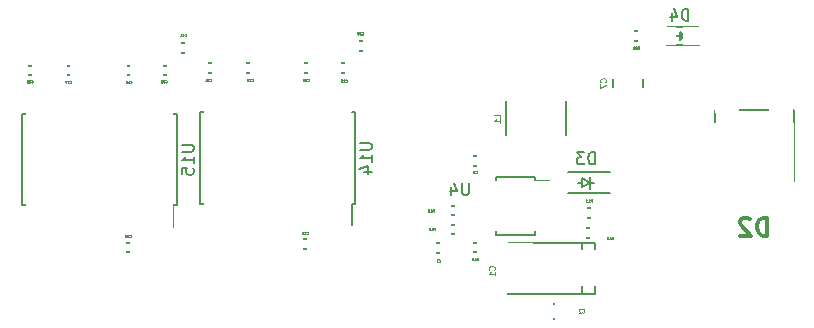
<source format=gbr>
G04 #@! TF.FileFunction,Legend,Bot*
%FSLAX46Y46*%
G04 Gerber Fmt 4.6, Leading zero omitted, Abs format (unit mm)*
G04 Created by KiCad (PCBNEW 4.0.1-stable) date 1/20/2016 12:58:46 AM*
%MOMM*%
G01*
G04 APERTURE LIST*
%ADD10C,0.100000*%
%ADD11C,0.127000*%
%ADD12C,0.150000*%
%ADD13C,0.119380*%
%ADD14C,0.060960*%
%ADD15C,0.040640*%
%ADD16C,0.304800*%
%ADD17R,2.950160X3.100020*%
%ADD18R,2.950160X4.199840*%
%ADD19R,1.700480X1.898600*%
%ADD20R,1.299160X1.400760*%
%ADD21R,3.092400X2.000200*%
%ADD22R,2.000200X3.600400*%
%ADD23R,6.899860X7.400240*%
%ADD24R,5.899100X2.249120*%
%ADD25O,2.398980X2.398980*%
%ADD26R,2.398980X2.398980*%
%ADD27R,1.800000X0.700000*%
%ADD28R,2.050000X3.250000*%
%ADD29C,1.050000*%
%ADD30R,1.000000X2.350000*%
%ADD31C,4.464000*%
%ADD32R,1.598880X1.598880*%
%ADD33R,1.310000X1.620000*%
%ADD34C,1.797000*%
%ADD35C,2.150000*%
%ADD36C,2.400000*%
%ADD37C,0.984200*%
%ADD38C,1.035000*%
G04 APERTURE END LIST*
D10*
D11*
X75379802Y-48890802D02*
X75379802Y-44572802D01*
X69156802Y-48890802D02*
X69156802Y-44572802D01*
X69156802Y-44572802D02*
X76522802Y-44572802D01*
X76522802Y-44572802D02*
X76522802Y-48890802D01*
X76522802Y-48890802D02*
X69156802Y-48890802D01*
X73654920Y-51069240D02*
X73654920Y-49799240D01*
X72384920Y-51069240D02*
X72384920Y-49824640D01*
X72003920Y-51069240D02*
X74035920Y-51069240D01*
X74035920Y-51069240D02*
X74035920Y-49799240D01*
X74035920Y-49799240D02*
X72003920Y-49799240D01*
X72003920Y-49799240D02*
X72003920Y-51069240D01*
X63782162Y-44623602D02*
X63782162Y-45436402D01*
X62664562Y-45411002D02*
X62664562Y-44623602D01*
X62410562Y-45436402D02*
X64036162Y-45436402D01*
X64036162Y-45436402D02*
X64036162Y-44623602D01*
X64036162Y-44623602D02*
X62410562Y-44623602D01*
X62410562Y-44623602D02*
X62410562Y-45436402D01*
X66893662Y-37257602D02*
X66893662Y-38070402D01*
X65776062Y-38045002D02*
X65776062Y-37257602D01*
X65522062Y-38070402D02*
X67147662Y-38070402D01*
X67147662Y-38070402D02*
X67147662Y-37257602D01*
X67147662Y-37257602D02*
X65522062Y-37257602D01*
X65522062Y-37257602D02*
X65522062Y-38070402D01*
X80533462Y-32660202D02*
X78044262Y-32660202D01*
X78044262Y-29459802D02*
X80533462Y-29459802D01*
X80533462Y-29917002D02*
X78044262Y-29917002D01*
X78044262Y-32203002D02*
X80533462Y-32203002D01*
X78044262Y-32660202D02*
X78044262Y-29459802D01*
X80533462Y-29459802D02*
X80533462Y-32660202D01*
X51401274Y-45103232D02*
X51401274Y-44290432D01*
X52518874Y-44315832D02*
X52518874Y-45103232D01*
X52772874Y-44290432D02*
X51147274Y-44290432D01*
X51147274Y-44290432D02*
X51147274Y-45103232D01*
X51147274Y-45103232D02*
X52772874Y-45103232D01*
X52772874Y-45103232D02*
X52772874Y-44290432D01*
X47659854Y-29380632D02*
X47659854Y-30193432D01*
X46542254Y-30168032D02*
X46542254Y-29380632D01*
X46288254Y-30193432D02*
X47913854Y-30193432D01*
X47913854Y-30193432D02*
X47913854Y-29380632D01*
X47913854Y-29380632D02*
X46288254Y-29380632D01*
X46288254Y-29380632D02*
X46288254Y-30193432D01*
X55698954Y-29355232D02*
X55698954Y-30168032D01*
X54581354Y-30142632D02*
X54581354Y-29355232D01*
X54327354Y-30168032D02*
X55952954Y-30168032D01*
X55952954Y-30168032D02*
X55952954Y-29355232D01*
X55952954Y-29355232D02*
X54327354Y-29355232D01*
X54327354Y-29355232D02*
X54327354Y-30168032D01*
X44446754Y-29380632D02*
X44446754Y-30193432D01*
X43329154Y-30168032D02*
X43329154Y-29380632D01*
X43075154Y-30193432D02*
X44700754Y-30193432D01*
X44700754Y-30193432D02*
X44700754Y-29380632D01*
X44700754Y-29380632D02*
X43075154Y-29380632D01*
X43075154Y-29380632D02*
X43075154Y-30193432D01*
X52607774Y-29355232D02*
X52607774Y-30168032D01*
X51490174Y-30142632D02*
X51490174Y-29355232D01*
X51236174Y-30168032D02*
X52861774Y-30168032D01*
X52861774Y-30168032D02*
X52861774Y-29355232D01*
X52861774Y-29355232D02*
X51236174Y-29355232D01*
X51236174Y-29355232D02*
X51236174Y-30168032D01*
X56105354Y-28339232D02*
X56105354Y-27526432D01*
X57222954Y-27551832D02*
X57222954Y-28339232D01*
X57476954Y-27526432D02*
X55851354Y-27526432D01*
X55851354Y-27526432D02*
X55851354Y-28339232D01*
X55851354Y-28339232D02*
X57476954Y-28339232D01*
X57476954Y-28339232D02*
X57476954Y-27526432D01*
X36389874Y-45369932D02*
X36389874Y-44557132D01*
X37507474Y-44582532D02*
X37507474Y-45369932D01*
X37761474Y-44557132D02*
X36135874Y-44557132D01*
X36135874Y-44557132D02*
X36135874Y-45369932D01*
X36135874Y-45369932D02*
X37761474Y-45369932D01*
X37761474Y-45369932D02*
X37761474Y-44557132D01*
X32478274Y-29571132D02*
X32478274Y-30383932D01*
X31360674Y-30358532D02*
X31360674Y-29571132D01*
X31106674Y-30383932D02*
X32732274Y-30383932D01*
X32732274Y-30383932D02*
X32732274Y-29571132D01*
X32732274Y-29571132D02*
X31106674Y-29571132D01*
X31106674Y-29571132D02*
X31106674Y-30383932D01*
X40669774Y-29596532D02*
X40669774Y-30409332D01*
X39552174Y-30383932D02*
X39552174Y-29596532D01*
X39298174Y-30409332D02*
X40923774Y-30409332D01*
X40923774Y-30409332D02*
X40923774Y-29596532D01*
X40923774Y-29596532D02*
X39298174Y-29596532D01*
X39298174Y-29596532D02*
X39298174Y-30409332D01*
X29201674Y-29571132D02*
X29201674Y-30383932D01*
X28084074Y-30358532D02*
X28084074Y-29571132D01*
X27830074Y-30383932D02*
X29455674Y-30383932D01*
X29455674Y-30383932D02*
X29455674Y-29571132D01*
X29455674Y-29571132D02*
X27830074Y-29571132D01*
X27830074Y-29571132D02*
X27830074Y-30383932D01*
X37570974Y-29596532D02*
X37570974Y-30409332D01*
X36453374Y-30383932D02*
X36453374Y-29596532D01*
X36199374Y-30409332D02*
X37824974Y-30409332D01*
X37824974Y-30409332D02*
X37824974Y-29596532D01*
X37824974Y-29596532D02*
X36199374Y-29596532D01*
X36199374Y-29596532D02*
X36199374Y-30409332D01*
X41081254Y-28491632D02*
X41081254Y-27678832D01*
X42198854Y-27704232D02*
X42198854Y-28491632D01*
X42452854Y-27678832D02*
X40827254Y-27678832D01*
X40827254Y-27678832D02*
X40827254Y-28491632D01*
X40827254Y-28491632D02*
X42452854Y-28491632D01*
X42452854Y-28491632D02*
X42452854Y-27678832D01*
X87269320Y-39372540D02*
X87269320Y-40566340D01*
X87269320Y-40566340D02*
X92679520Y-40566340D01*
X92679520Y-40566340D02*
X92679520Y-39359840D01*
X91701620Y-33365440D02*
X91701620Y-30457140D01*
X92844620Y-30457140D02*
X92844620Y-33365440D01*
X91701620Y-30457140D02*
X92844620Y-30457140D01*
X87104220Y-30457140D02*
X88247220Y-30457140D01*
X88247220Y-30457140D02*
X88247220Y-33365440D01*
X87104220Y-33365440D02*
X87104220Y-30457140D01*
X93327220Y-33365440D02*
X93327220Y-39359840D01*
X93327220Y-39359840D02*
X86621620Y-39359840D01*
X86621620Y-39359840D02*
X86621620Y-33365440D01*
X93327220Y-33365440D02*
X86621620Y-33365440D01*
X69001862Y-36231442D02*
X74081862Y-36231442D01*
X69001862Y-31913442D02*
X74081862Y-31913442D01*
X69001862Y-31278442D02*
X69001862Y-36866442D01*
X69001862Y-36866442D02*
X74081862Y-36866442D01*
X74081862Y-36866442D02*
X74081862Y-31278442D01*
X74081862Y-31278442D02*
X69001862Y-31278442D01*
X65776062Y-45372902D02*
X65776062Y-44560102D01*
X66893662Y-44585502D02*
X66893662Y-45372902D01*
X67147662Y-44560102D02*
X65522062Y-44560102D01*
X65522062Y-44560102D02*
X65522062Y-45372902D01*
X65522062Y-45372902D02*
X67147662Y-45372902D01*
X67147662Y-45372902D02*
X67147662Y-44560102D01*
X75417902Y-42451903D02*
X75417902Y-41639103D01*
X76535502Y-41664503D02*
X76535502Y-42451903D01*
X76789502Y-41639103D02*
X75163902Y-41639103D01*
X75163902Y-41639103D02*
X75163902Y-42451903D01*
X75163902Y-42451903D02*
X76789502Y-42451903D01*
X76789502Y-42451903D02*
X76789502Y-41639103D01*
X75374722Y-44166402D02*
X75374722Y-43353602D01*
X76492322Y-43379002D02*
X76492322Y-44166402D01*
X76746322Y-43353602D02*
X75120722Y-43353602D01*
X75120722Y-43353602D02*
X75120722Y-44166402D01*
X75120722Y-44166402D02*
X76746322Y-44166402D01*
X76746322Y-44166402D02*
X76746322Y-43353602D01*
X65042002Y-41448602D02*
X65042002Y-42261402D01*
X63924402Y-42236002D02*
X63924402Y-41448602D01*
X63670402Y-42261402D02*
X65296002Y-42261402D01*
X65296002Y-42261402D02*
X65296002Y-41448602D01*
X65296002Y-41448602D02*
X63670402Y-41448602D01*
X63670402Y-41448602D02*
X63670402Y-42261402D01*
X65062322Y-43036102D02*
X65062322Y-43848902D01*
X63944722Y-43823502D02*
X63944722Y-43036102D01*
X63690722Y-43848902D02*
X65316322Y-43848902D01*
X65316322Y-43848902D02*
X65316322Y-43036102D01*
X65316322Y-43036102D02*
X63690722Y-43036102D01*
X63690722Y-43036102D02*
X63690722Y-43848902D01*
X80546161Y-26653102D02*
X80546161Y-27465902D01*
X79428561Y-27440502D02*
X79428561Y-26653102D01*
X79174561Y-27465902D02*
X80800161Y-27465902D01*
X80800161Y-27465902D02*
X80800161Y-26653102D01*
X80800161Y-26653102D02*
X79174561Y-26653102D01*
X79174561Y-26653102D02*
X79174561Y-27465902D01*
D12*
X71435962Y-39046403D02*
X71435962Y-39346403D01*
X68085962Y-39046403D02*
X68085962Y-39346403D01*
X68085962Y-43896403D02*
X68085962Y-43596403D01*
X71435962Y-43896403D02*
X71435962Y-43596403D01*
X71435962Y-39046403D02*
X68085962Y-39046403D01*
X71435962Y-43896403D02*
X68085962Y-43896403D01*
X71435962Y-39346403D02*
X72660962Y-39346403D01*
X56221134Y-41264252D02*
X55886134Y-41264252D01*
X56221134Y-33514252D02*
X55886134Y-33514252D01*
X43071134Y-33514252D02*
X43406134Y-33514252D01*
X43071134Y-41264252D02*
X43406134Y-41264252D01*
X56221134Y-41264252D02*
X56221134Y-33514252D01*
X43071134Y-41264252D02*
X43071134Y-33514252D01*
X55886134Y-41264252D02*
X55886134Y-43064252D01*
X41146234Y-41403952D02*
X40811234Y-41403952D01*
X41146234Y-33653952D02*
X40811234Y-33653952D01*
X27996234Y-33653952D02*
X28331234Y-33653952D01*
X27996234Y-41403952D02*
X28331234Y-41403952D01*
X41146234Y-41403952D02*
X41146234Y-33653952D01*
X27996234Y-41403952D02*
X27996234Y-33653952D01*
X40811234Y-41403952D02*
X40811234Y-43203952D01*
X85270362Y-27809502D02*
X82570362Y-27809502D01*
X85270362Y-26309502D02*
X82570362Y-26309502D01*
X83770362Y-27209502D02*
X83770362Y-26959502D01*
X83770362Y-26959502D02*
X83920362Y-27109502D01*
X84020362Y-26709502D02*
X84020362Y-27409502D01*
X83670362Y-27059502D02*
X83320362Y-27059502D01*
X84020362Y-27059502D02*
X83670362Y-26709502D01*
X83670362Y-26709502D02*
X83670362Y-27409502D01*
X83670362Y-27409502D02*
X84020362Y-27059502D01*
X75440762Y-39480101D02*
X75059762Y-39480101D01*
X76456762Y-39480101D02*
X76075762Y-39480101D01*
X76075762Y-39480101D02*
X75440762Y-39099101D01*
X75440762Y-39099101D02*
X75440762Y-39861101D01*
X75440762Y-39861101D02*
X76075762Y-39480101D01*
X76075762Y-38972101D02*
X76075762Y-39988101D01*
X77758262Y-40380101D02*
X74218262Y-40380101D01*
X77758262Y-38580101D02*
X74218262Y-38580101D01*
D13*
X67974069Y-46851606D02*
X67997897Y-46827778D01*
X68021724Y-46756295D01*
X68021724Y-46708640D01*
X67997897Y-46637157D01*
X67950242Y-46589502D01*
X67902586Y-46565674D01*
X67807276Y-46541846D01*
X67735793Y-46541846D01*
X67640482Y-46565674D01*
X67592827Y-46589502D01*
X67545172Y-46637157D01*
X67521344Y-46708640D01*
X67521344Y-46756295D01*
X67545172Y-46827778D01*
X67569000Y-46851606D01*
X68021724Y-47328158D02*
X68021724Y-47042226D01*
X68021724Y-47185192D02*
X67521344Y-47185192D01*
X67592827Y-47137537D01*
X67640482Y-47089882D01*
X67664310Y-47042226D01*
D14*
X75419374Y-50465083D02*
X75433646Y-50479355D01*
X75476463Y-50493628D01*
X75505008Y-50493628D01*
X75547825Y-50479355D01*
X75576370Y-50450810D01*
X75590642Y-50422266D01*
X75604914Y-50365176D01*
X75604914Y-50322359D01*
X75590642Y-50265270D01*
X75576370Y-50236725D01*
X75547825Y-50208180D01*
X75505008Y-50193908D01*
X75476463Y-50193908D01*
X75433646Y-50208180D01*
X75419374Y-50222452D01*
X75305194Y-50222452D02*
X75290922Y-50208180D01*
X75262377Y-50193908D01*
X75191015Y-50193908D01*
X75162471Y-50208180D01*
X75148198Y-50222452D01*
X75133926Y-50250997D01*
X75133926Y-50279542D01*
X75148198Y-50322359D01*
X75319467Y-50493628D01*
X75133926Y-50493628D01*
D15*
X63274363Y-46175204D02*
X63283918Y-46184760D01*
X63312584Y-46194315D01*
X63331694Y-46194315D01*
X63360360Y-46184760D01*
X63379471Y-46165649D01*
X63389026Y-46146539D01*
X63398581Y-46108318D01*
X63398581Y-46079652D01*
X63389026Y-46041431D01*
X63379471Y-46022320D01*
X63360360Y-46003210D01*
X63331694Y-45993655D01*
X63312584Y-45993655D01*
X63283918Y-46003210D01*
X63274363Y-46012765D01*
X63207476Y-45993655D02*
X63083258Y-45993655D01*
X63150145Y-46070097D01*
X63121479Y-46070097D01*
X63102369Y-46079652D01*
X63092813Y-46089207D01*
X63083258Y-46108318D01*
X63083258Y-46156094D01*
X63092813Y-46175204D01*
X63102369Y-46184760D01*
X63121479Y-46194315D01*
X63178811Y-46194315D01*
X63197921Y-46184760D01*
X63207476Y-46175204D01*
X66368305Y-38682204D02*
X66377860Y-38691760D01*
X66406526Y-38701315D01*
X66425636Y-38701315D01*
X66454302Y-38691760D01*
X66473413Y-38672649D01*
X66482968Y-38653539D01*
X66492523Y-38615318D01*
X66492523Y-38586652D01*
X66482968Y-38548431D01*
X66473413Y-38529320D01*
X66454302Y-38510210D01*
X66425636Y-38500655D01*
X66406526Y-38500655D01*
X66377860Y-38510210D01*
X66368305Y-38519765D01*
X66196311Y-38500655D02*
X66234532Y-38500655D01*
X66253642Y-38510210D01*
X66263197Y-38519765D01*
X66282308Y-38548431D01*
X66291863Y-38586652D01*
X66291863Y-38663094D01*
X66282308Y-38682204D01*
X66272753Y-38691760D01*
X66253642Y-38701315D01*
X66215421Y-38701315D01*
X66196311Y-38691760D01*
X66186755Y-38682204D01*
X66177200Y-38663094D01*
X66177200Y-38615318D01*
X66186755Y-38596207D01*
X66196311Y-38586652D01*
X66215421Y-38577097D01*
X66253642Y-38577097D01*
X66272753Y-38586652D01*
X66282308Y-38596207D01*
X66291863Y-38615318D01*
D13*
X77389627Y-30970644D02*
X77413455Y-30946816D01*
X77437282Y-30875333D01*
X77437282Y-30827678D01*
X77413455Y-30756195D01*
X77365800Y-30708540D01*
X77318144Y-30684712D01*
X77222834Y-30660884D01*
X77151351Y-30660884D01*
X77056040Y-30684712D01*
X77008385Y-30708540D01*
X76960730Y-30756195D01*
X76936902Y-30827678D01*
X76936902Y-30875333D01*
X76960730Y-30946816D01*
X76984558Y-30970644D01*
X76936902Y-31137437D02*
X76936902Y-31471024D01*
X77437282Y-31256575D01*
D15*
X52089070Y-43825704D02*
X52098625Y-43835260D01*
X52127291Y-43844815D01*
X52146401Y-43844815D01*
X52175067Y-43835260D01*
X52194178Y-43816149D01*
X52203733Y-43797039D01*
X52213288Y-43758818D01*
X52213288Y-43730152D01*
X52203733Y-43691931D01*
X52194178Y-43672820D01*
X52175067Y-43653710D01*
X52146401Y-43644155D01*
X52127291Y-43644155D01*
X52098625Y-43653710D01*
X52089070Y-43663265D01*
X52012628Y-43663265D02*
X52003073Y-43653710D01*
X51983962Y-43644155D01*
X51936186Y-43644155D01*
X51917076Y-43653710D01*
X51907520Y-43663265D01*
X51897965Y-43682376D01*
X51897965Y-43701486D01*
X51907520Y-43730152D01*
X52022183Y-43844815D01*
X51897965Y-43844815D01*
X51773747Y-43644155D02*
X51754636Y-43644155D01*
X51735526Y-43653710D01*
X51725971Y-43663265D01*
X51716415Y-43682376D01*
X51706860Y-43720597D01*
X51706860Y-43768373D01*
X51716415Y-43806594D01*
X51725971Y-43825704D01*
X51735526Y-43835260D01*
X51754636Y-43844815D01*
X51773747Y-43844815D01*
X51792857Y-43835260D01*
X51802413Y-43825704D01*
X51811968Y-43806594D01*
X51821523Y-43768373D01*
X51821523Y-43720597D01*
X51811968Y-43682376D01*
X51802413Y-43663265D01*
X51792857Y-43653710D01*
X51773747Y-43644155D01*
X47431416Y-30871704D02*
X47440971Y-30881260D01*
X47469637Y-30890815D01*
X47488747Y-30890815D01*
X47517413Y-30881260D01*
X47536524Y-30862149D01*
X47546079Y-30843039D01*
X47555634Y-30804818D01*
X47555634Y-30776152D01*
X47546079Y-30737931D01*
X47536524Y-30718820D01*
X47517413Y-30699710D01*
X47488747Y-30690155D01*
X47469637Y-30690155D01*
X47440971Y-30699710D01*
X47431416Y-30709265D01*
X47354974Y-30709265D02*
X47345419Y-30699710D01*
X47326308Y-30690155D01*
X47278532Y-30690155D01*
X47259422Y-30699710D01*
X47249866Y-30709265D01*
X47240311Y-30728376D01*
X47240311Y-30747486D01*
X47249866Y-30776152D01*
X47364529Y-30890815D01*
X47240311Y-30890815D01*
X47173424Y-30690155D02*
X47049206Y-30690155D01*
X47116093Y-30766597D01*
X47087427Y-30766597D01*
X47068317Y-30776152D01*
X47058761Y-30785707D01*
X47049206Y-30804818D01*
X47049206Y-30852594D01*
X47058761Y-30871704D01*
X47068317Y-30881260D01*
X47087427Y-30890815D01*
X47144759Y-30890815D01*
X47163869Y-30881260D01*
X47173424Y-30871704D01*
X55368916Y-30935204D02*
X55378471Y-30944760D01*
X55407137Y-30954315D01*
X55426247Y-30954315D01*
X55454913Y-30944760D01*
X55474024Y-30925649D01*
X55483579Y-30906539D01*
X55493134Y-30868318D01*
X55493134Y-30839652D01*
X55483579Y-30801431D01*
X55474024Y-30782320D01*
X55454913Y-30763210D01*
X55426247Y-30753655D01*
X55407137Y-30753655D01*
X55378471Y-30763210D01*
X55368916Y-30772765D01*
X55292474Y-30772765D02*
X55282919Y-30763210D01*
X55263808Y-30753655D01*
X55216032Y-30753655D01*
X55196922Y-30763210D01*
X55187366Y-30772765D01*
X55177811Y-30791876D01*
X55177811Y-30810986D01*
X55187366Y-30839652D01*
X55302029Y-30954315D01*
X55177811Y-30954315D01*
X55005817Y-30753655D02*
X55044038Y-30753655D01*
X55063148Y-30763210D01*
X55072703Y-30772765D01*
X55091814Y-30801431D01*
X55101369Y-30839652D01*
X55101369Y-30916094D01*
X55091814Y-30935204D01*
X55082259Y-30944760D01*
X55063148Y-30954315D01*
X55024927Y-30954315D01*
X55005817Y-30944760D01*
X54996261Y-30935204D01*
X54986706Y-30916094D01*
X54986706Y-30868318D01*
X54996261Y-30849207D01*
X55005817Y-30839652D01*
X55024927Y-30830097D01*
X55063148Y-30830097D01*
X55082259Y-30839652D01*
X55091814Y-30849207D01*
X55101369Y-30868318D01*
X43875416Y-30871704D02*
X43884971Y-30881260D01*
X43913637Y-30890815D01*
X43932747Y-30890815D01*
X43961413Y-30881260D01*
X43980524Y-30862149D01*
X43990079Y-30843039D01*
X43999634Y-30804818D01*
X43999634Y-30776152D01*
X43990079Y-30737931D01*
X43980524Y-30718820D01*
X43961413Y-30699710D01*
X43932747Y-30690155D01*
X43913637Y-30690155D01*
X43884971Y-30699710D01*
X43875416Y-30709265D01*
X43808529Y-30690155D02*
X43684311Y-30690155D01*
X43751198Y-30766597D01*
X43722532Y-30766597D01*
X43703422Y-30776152D01*
X43693866Y-30785707D01*
X43684311Y-30804818D01*
X43684311Y-30852594D01*
X43693866Y-30871704D01*
X43703422Y-30881260D01*
X43722532Y-30890815D01*
X43779864Y-30890815D01*
X43798974Y-30881260D01*
X43808529Y-30871704D01*
X43493206Y-30890815D02*
X43607869Y-30890815D01*
X43550538Y-30890815D02*
X43550538Y-30690155D01*
X43569648Y-30718820D01*
X43588759Y-30737931D01*
X43607869Y-30747486D01*
X52177970Y-30871704D02*
X52187525Y-30881260D01*
X52216191Y-30890815D01*
X52235301Y-30890815D01*
X52263967Y-30881260D01*
X52283078Y-30862149D01*
X52292633Y-30843039D01*
X52302188Y-30804818D01*
X52302188Y-30776152D01*
X52292633Y-30737931D01*
X52283078Y-30718820D01*
X52263967Y-30699710D01*
X52235301Y-30690155D01*
X52216191Y-30690155D01*
X52187525Y-30699710D01*
X52177970Y-30709265D01*
X52111083Y-30690155D02*
X51986865Y-30690155D01*
X52053752Y-30766597D01*
X52025086Y-30766597D01*
X52005976Y-30776152D01*
X51996420Y-30785707D01*
X51986865Y-30804818D01*
X51986865Y-30852594D01*
X51996420Y-30871704D01*
X52005976Y-30881260D01*
X52025086Y-30890815D01*
X52082418Y-30890815D01*
X52101528Y-30881260D01*
X52111083Y-30871704D01*
X51910423Y-30709265D02*
X51900868Y-30699710D01*
X51881757Y-30690155D01*
X51833981Y-30690155D01*
X51814871Y-30699710D01*
X51805315Y-30709265D01*
X51795760Y-30728376D01*
X51795760Y-30747486D01*
X51805315Y-30776152D01*
X51919978Y-30890815D01*
X51795760Y-30890815D01*
X56765916Y-26934704D02*
X56775471Y-26944260D01*
X56804137Y-26953815D01*
X56823247Y-26953815D01*
X56851913Y-26944260D01*
X56871024Y-26925149D01*
X56880579Y-26906039D01*
X56890134Y-26867818D01*
X56890134Y-26839152D01*
X56880579Y-26800931D01*
X56871024Y-26781820D01*
X56851913Y-26762710D01*
X56823247Y-26753155D01*
X56804137Y-26753155D01*
X56775471Y-26762710D01*
X56765916Y-26772265D01*
X56699029Y-26753155D02*
X56574811Y-26753155D01*
X56641698Y-26829597D01*
X56613032Y-26829597D01*
X56593922Y-26839152D01*
X56584366Y-26848707D01*
X56574811Y-26867818D01*
X56574811Y-26915594D01*
X56584366Y-26934704D01*
X56593922Y-26944260D01*
X56613032Y-26953815D01*
X56670364Y-26953815D01*
X56689474Y-26944260D01*
X56699029Y-26934704D01*
X56393261Y-26753155D02*
X56488814Y-26753155D01*
X56498369Y-26848707D01*
X56488814Y-26839152D01*
X56469703Y-26829597D01*
X56421927Y-26829597D01*
X56402817Y-26839152D01*
X56393261Y-26848707D01*
X56383706Y-26867818D01*
X56383706Y-26915594D01*
X56393261Y-26934704D01*
X56402817Y-26944260D01*
X56421927Y-26953815D01*
X56469703Y-26953815D01*
X56488814Y-26944260D01*
X56498369Y-26934704D01*
X37080916Y-44079704D02*
X37090471Y-44089260D01*
X37119137Y-44098815D01*
X37138247Y-44098815D01*
X37166913Y-44089260D01*
X37186024Y-44070149D01*
X37195579Y-44051039D01*
X37205134Y-44012818D01*
X37205134Y-43984152D01*
X37195579Y-43945931D01*
X37186024Y-43926820D01*
X37166913Y-43907710D01*
X37138247Y-43898155D01*
X37119137Y-43898155D01*
X37090471Y-43907710D01*
X37080916Y-43917265D01*
X37014029Y-43898155D02*
X36889811Y-43898155D01*
X36956698Y-43974597D01*
X36928032Y-43974597D01*
X36908922Y-43984152D01*
X36899366Y-43993707D01*
X36889811Y-44012818D01*
X36889811Y-44060594D01*
X36899366Y-44079704D01*
X36908922Y-44089260D01*
X36928032Y-44098815D01*
X36985364Y-44098815D01*
X37004474Y-44089260D01*
X37014029Y-44079704D01*
X36717817Y-43898155D02*
X36756038Y-43898155D01*
X36775148Y-43907710D01*
X36784703Y-43917265D01*
X36803814Y-43945931D01*
X36813369Y-43984152D01*
X36813369Y-44060594D01*
X36803814Y-44079704D01*
X36794259Y-44089260D01*
X36775148Y-44098815D01*
X36736927Y-44098815D01*
X36717817Y-44089260D01*
X36708261Y-44079704D01*
X36698706Y-44060594D01*
X36698706Y-44012818D01*
X36708261Y-43993707D01*
X36717817Y-43984152D01*
X36736927Y-43974597D01*
X36775148Y-43974597D01*
X36794259Y-43984152D01*
X36803814Y-43993707D01*
X36813369Y-44012818D01*
X32048470Y-31062204D02*
X32058025Y-31071760D01*
X32086691Y-31081315D01*
X32105801Y-31081315D01*
X32134467Y-31071760D01*
X32153578Y-31052649D01*
X32163133Y-31033539D01*
X32172688Y-30995318D01*
X32172688Y-30966652D01*
X32163133Y-30928431D01*
X32153578Y-30909320D01*
X32134467Y-30890210D01*
X32105801Y-30880655D01*
X32086691Y-30880655D01*
X32058025Y-30890210D01*
X32048470Y-30899765D01*
X31981583Y-30880655D02*
X31857365Y-30880655D01*
X31924252Y-30957097D01*
X31895586Y-30957097D01*
X31876476Y-30966652D01*
X31866920Y-30976207D01*
X31857365Y-30995318D01*
X31857365Y-31043094D01*
X31866920Y-31062204D01*
X31876476Y-31071760D01*
X31895586Y-31081315D01*
X31952918Y-31081315D01*
X31972028Y-31071760D01*
X31981583Y-31062204D01*
X31790478Y-30880655D02*
X31656705Y-30880655D01*
X31742702Y-31081315D01*
X40128916Y-30998704D02*
X40138471Y-31008260D01*
X40167137Y-31017815D01*
X40186247Y-31017815D01*
X40214913Y-31008260D01*
X40234024Y-30989149D01*
X40243579Y-30970039D01*
X40253134Y-30931818D01*
X40253134Y-30903152D01*
X40243579Y-30864931D01*
X40234024Y-30845820D01*
X40214913Y-30826710D01*
X40186247Y-30817155D01*
X40167137Y-30817155D01*
X40138471Y-30826710D01*
X40128916Y-30836265D01*
X40062029Y-30817155D02*
X39937811Y-30817155D01*
X40004698Y-30893597D01*
X39976032Y-30893597D01*
X39956922Y-30903152D01*
X39947366Y-30912707D01*
X39937811Y-30931818D01*
X39937811Y-30979594D01*
X39947366Y-30998704D01*
X39956922Y-31008260D01*
X39976032Y-31017815D01*
X40033364Y-31017815D01*
X40052474Y-31008260D01*
X40062029Y-30998704D01*
X39823148Y-30903152D02*
X39842259Y-30893597D01*
X39851814Y-30884041D01*
X39861369Y-30864931D01*
X39861369Y-30855376D01*
X39851814Y-30836265D01*
X39842259Y-30826710D01*
X39823148Y-30817155D01*
X39784927Y-30817155D01*
X39765817Y-30826710D01*
X39756261Y-30836265D01*
X39746706Y-30855376D01*
X39746706Y-30864931D01*
X39756261Y-30884041D01*
X39765817Y-30893597D01*
X39784927Y-30903152D01*
X39823148Y-30903152D01*
X39842259Y-30912707D01*
X39851814Y-30922262D01*
X39861369Y-30941373D01*
X39861369Y-30979594D01*
X39851814Y-30998704D01*
X39842259Y-31008260D01*
X39823148Y-31017815D01*
X39784927Y-31017815D01*
X39765817Y-31008260D01*
X39756261Y-30998704D01*
X39746706Y-30979594D01*
X39746706Y-30941373D01*
X39756261Y-30922262D01*
X39765817Y-30912707D01*
X39784927Y-30903152D01*
X28762416Y-30998704D02*
X28771971Y-31008260D01*
X28800637Y-31017815D01*
X28819747Y-31017815D01*
X28848413Y-31008260D01*
X28867524Y-30989149D01*
X28877079Y-30970039D01*
X28886634Y-30931818D01*
X28886634Y-30903152D01*
X28877079Y-30864931D01*
X28867524Y-30845820D01*
X28848413Y-30826710D01*
X28819747Y-30817155D01*
X28800637Y-30817155D01*
X28771971Y-30826710D01*
X28762416Y-30836265D01*
X28695529Y-30817155D02*
X28571311Y-30817155D01*
X28638198Y-30893597D01*
X28609532Y-30893597D01*
X28590422Y-30903152D01*
X28580866Y-30912707D01*
X28571311Y-30931818D01*
X28571311Y-30979594D01*
X28580866Y-30998704D01*
X28590422Y-31008260D01*
X28609532Y-31017815D01*
X28666864Y-31017815D01*
X28685974Y-31008260D01*
X28695529Y-30998704D01*
X28475759Y-31017815D02*
X28437538Y-31017815D01*
X28418427Y-31008260D01*
X28408872Y-30998704D01*
X28389761Y-30970039D01*
X28380206Y-30931818D01*
X28380206Y-30855376D01*
X28389761Y-30836265D01*
X28399317Y-30826710D01*
X28418427Y-30817155D01*
X28456648Y-30817155D01*
X28475759Y-30826710D01*
X28485314Y-30836265D01*
X28494869Y-30855376D01*
X28494869Y-30903152D01*
X28485314Y-30922262D01*
X28475759Y-30931818D01*
X28456648Y-30941373D01*
X28418427Y-30941373D01*
X28399317Y-30931818D01*
X28389761Y-30922262D01*
X28380206Y-30903152D01*
X37141170Y-31062204D02*
X37150725Y-31071760D01*
X37179391Y-31081315D01*
X37198501Y-31081315D01*
X37227167Y-31071760D01*
X37246278Y-31052649D01*
X37255833Y-31033539D01*
X37265388Y-30995318D01*
X37265388Y-30966652D01*
X37255833Y-30928431D01*
X37246278Y-30909320D01*
X37227167Y-30890210D01*
X37198501Y-30880655D01*
X37179391Y-30880655D01*
X37150725Y-30890210D01*
X37141170Y-30899765D01*
X36969176Y-30947541D02*
X36969176Y-31081315D01*
X37016952Y-30871100D02*
X37064728Y-31014428D01*
X36940510Y-31014428D01*
X36825847Y-30880655D02*
X36806736Y-30880655D01*
X36787626Y-30890210D01*
X36778071Y-30899765D01*
X36768515Y-30918876D01*
X36758960Y-30957097D01*
X36758960Y-31004873D01*
X36768515Y-31043094D01*
X36778071Y-31062204D01*
X36787626Y-31071760D01*
X36806736Y-31081315D01*
X36825847Y-31081315D01*
X36844957Y-31071760D01*
X36854513Y-31062204D01*
X36864068Y-31043094D01*
X36873623Y-31004873D01*
X36873623Y-30957097D01*
X36864068Y-30918876D01*
X36854513Y-30899765D01*
X36844957Y-30890210D01*
X36825847Y-30880655D01*
X41779916Y-27061704D02*
X41789471Y-27071260D01*
X41818137Y-27080815D01*
X41837247Y-27080815D01*
X41865913Y-27071260D01*
X41885024Y-27052149D01*
X41894579Y-27033039D01*
X41904134Y-26994818D01*
X41904134Y-26966152D01*
X41894579Y-26927931D01*
X41885024Y-26908820D01*
X41865913Y-26889710D01*
X41837247Y-26880155D01*
X41818137Y-26880155D01*
X41789471Y-26889710D01*
X41779916Y-26899265D01*
X41607922Y-26947041D02*
X41607922Y-27080815D01*
X41655698Y-26870600D02*
X41703474Y-27013928D01*
X41579256Y-27013928D01*
X41397706Y-27080815D02*
X41512369Y-27080815D01*
X41455038Y-27080815D02*
X41455038Y-26880155D01*
X41474148Y-26908820D01*
X41493259Y-26927931D01*
X41512369Y-26937486D01*
D16*
X91099277Y-43986269D02*
X91099277Y-42462269D01*
X90736420Y-42462269D01*
X90518705Y-42534840D01*
X90373563Y-42679983D01*
X90300991Y-42825126D01*
X90228420Y-43115411D01*
X90228420Y-43333126D01*
X90300991Y-43623411D01*
X90373563Y-43768554D01*
X90518705Y-43913697D01*
X90736420Y-43986269D01*
X91099277Y-43986269D01*
X89647848Y-42607411D02*
X89575277Y-42534840D01*
X89430134Y-42462269D01*
X89067277Y-42462269D01*
X88922134Y-42534840D01*
X88849563Y-42607411D01*
X88776991Y-42752554D01*
X88776991Y-42897697D01*
X88849563Y-43115411D01*
X89720420Y-43986269D01*
X88776991Y-43986269D01*
D13*
X68466224Y-33989045D02*
X68466224Y-33750769D01*
X67965844Y-33750769D01*
X68466224Y-34417943D02*
X68466224Y-34132011D01*
X68466224Y-34274977D02*
X67965844Y-34274977D01*
X68037327Y-34227322D01*
X68084982Y-34179667D01*
X68108810Y-34132011D01*
D15*
X66481416Y-46067315D02*
X66548303Y-45971762D01*
X66596079Y-46067315D02*
X66596079Y-45866655D01*
X66519637Y-45866655D01*
X66500526Y-45876210D01*
X66490971Y-45885765D01*
X66481416Y-45904876D01*
X66481416Y-45933541D01*
X66490971Y-45952652D01*
X66500526Y-45962207D01*
X66519637Y-45971762D01*
X66596079Y-45971762D01*
X66290311Y-46067315D02*
X66404974Y-46067315D01*
X66347643Y-46067315D02*
X66347643Y-45866655D01*
X66366753Y-45895320D01*
X66385864Y-45914431D01*
X66404974Y-45923986D01*
X66166093Y-45866655D02*
X66146982Y-45866655D01*
X66127872Y-45876210D01*
X66118317Y-45885765D01*
X66108761Y-45904876D01*
X66099206Y-45943097D01*
X66099206Y-45990873D01*
X66108761Y-46029094D01*
X66118317Y-46048204D01*
X66127872Y-46057760D01*
X66146982Y-46067315D01*
X66166093Y-46067315D01*
X66185203Y-46057760D01*
X66194759Y-46048204D01*
X66204314Y-46029094D01*
X66213869Y-45990873D01*
X66213869Y-45943097D01*
X66204314Y-45904876D01*
X66194759Y-45885765D01*
X66185203Y-45876210D01*
X66166093Y-45866655D01*
X76105698Y-41114315D02*
X76172585Y-41018762D01*
X76220361Y-41114315D02*
X76220361Y-40913655D01*
X76143919Y-40913655D01*
X76124808Y-40923210D01*
X76115253Y-40932765D01*
X76105698Y-40951876D01*
X76105698Y-40980541D01*
X76115253Y-40999652D01*
X76124808Y-41009207D01*
X76143919Y-41018762D01*
X76220361Y-41018762D01*
X75914593Y-41114315D02*
X76029256Y-41114315D01*
X75971925Y-41114315D02*
X75971925Y-40913655D01*
X75991035Y-40942320D01*
X76010146Y-40961431D01*
X76029256Y-40970986D01*
X75723488Y-41114315D02*
X75838151Y-41114315D01*
X75780820Y-41114315D02*
X75780820Y-40913655D01*
X75799930Y-40942320D01*
X75819041Y-40961431D01*
X75838151Y-40970986D01*
X77911416Y-44289315D02*
X77978303Y-44193762D01*
X78026079Y-44289315D02*
X78026079Y-44088655D01*
X77949637Y-44088655D01*
X77930526Y-44098210D01*
X77920971Y-44107765D01*
X77911416Y-44126876D01*
X77911416Y-44155541D01*
X77920971Y-44174652D01*
X77930526Y-44184207D01*
X77949637Y-44193762D01*
X78026079Y-44193762D01*
X77720311Y-44289315D02*
X77834974Y-44289315D01*
X77777643Y-44289315D02*
X77777643Y-44088655D01*
X77796753Y-44117320D01*
X77815864Y-44136431D01*
X77834974Y-44145986D01*
X77643869Y-44107765D02*
X77634314Y-44098210D01*
X77615203Y-44088655D01*
X77567427Y-44088655D01*
X77548317Y-44098210D01*
X77538761Y-44107765D01*
X77529206Y-44126876D01*
X77529206Y-44145986D01*
X77538761Y-44174652D01*
X77653424Y-44289315D01*
X77529206Y-44289315D01*
X62734916Y-41939815D02*
X62801803Y-41844262D01*
X62849579Y-41939815D02*
X62849579Y-41739155D01*
X62773137Y-41739155D01*
X62754026Y-41748710D01*
X62744471Y-41758265D01*
X62734916Y-41777376D01*
X62734916Y-41806041D01*
X62744471Y-41825152D01*
X62754026Y-41834707D01*
X62773137Y-41844262D01*
X62849579Y-41844262D01*
X62543811Y-41939815D02*
X62658474Y-41939815D01*
X62601143Y-41939815D02*
X62601143Y-41739155D01*
X62620253Y-41767820D01*
X62639364Y-41786931D01*
X62658474Y-41796486D01*
X62476924Y-41739155D02*
X62352706Y-41739155D01*
X62419593Y-41815597D01*
X62390927Y-41815597D01*
X62371817Y-41825152D01*
X62362261Y-41834707D01*
X62352706Y-41853818D01*
X62352706Y-41901594D01*
X62362261Y-41920704D01*
X62371817Y-41930260D01*
X62390927Y-41939815D01*
X62448259Y-41939815D01*
X62467369Y-41930260D01*
X62476924Y-41920704D01*
X62798416Y-43527315D02*
X62865303Y-43431762D01*
X62913079Y-43527315D02*
X62913079Y-43326655D01*
X62836637Y-43326655D01*
X62817526Y-43336210D01*
X62807971Y-43345765D01*
X62798416Y-43364876D01*
X62798416Y-43393541D01*
X62807971Y-43412652D01*
X62817526Y-43422207D01*
X62836637Y-43431762D01*
X62913079Y-43431762D01*
X62607311Y-43527315D02*
X62721974Y-43527315D01*
X62664643Y-43527315D02*
X62664643Y-43326655D01*
X62683753Y-43355320D01*
X62702864Y-43374431D01*
X62721974Y-43383986D01*
X62492648Y-43412652D02*
X62511759Y-43403097D01*
X62521314Y-43393541D01*
X62530869Y-43374431D01*
X62530869Y-43364876D01*
X62521314Y-43345765D01*
X62511759Y-43336210D01*
X62492648Y-43326655D01*
X62454427Y-43326655D01*
X62435317Y-43336210D01*
X62425761Y-43345765D01*
X62416206Y-43364876D01*
X62416206Y-43374431D01*
X62425761Y-43393541D01*
X62435317Y-43403097D01*
X62454427Y-43412652D01*
X62492648Y-43412652D01*
X62511759Y-43422207D01*
X62521314Y-43431762D01*
X62530869Y-43450873D01*
X62530869Y-43489094D01*
X62521314Y-43508204D01*
X62511759Y-43517760D01*
X62492648Y-43527315D01*
X62454427Y-43527315D01*
X62435317Y-43517760D01*
X62425761Y-43508204D01*
X62416206Y-43489094D01*
X62416206Y-43450873D01*
X62425761Y-43431762D01*
X62435317Y-43422207D01*
X62454427Y-43412652D01*
X80116357Y-28160315D02*
X80183244Y-28064762D01*
X80231020Y-28160315D02*
X80231020Y-27959655D01*
X80154578Y-27959655D01*
X80135467Y-27969210D01*
X80125912Y-27978765D01*
X80116357Y-27997876D01*
X80116357Y-28026541D01*
X80125912Y-28045652D01*
X80135467Y-28055207D01*
X80154578Y-28064762D01*
X80231020Y-28064762D01*
X80039915Y-27978765D02*
X80030360Y-27969210D01*
X80011249Y-27959655D01*
X79963473Y-27959655D01*
X79944363Y-27969210D01*
X79934807Y-27978765D01*
X79925252Y-27997876D01*
X79925252Y-28016986D01*
X79934807Y-28045652D01*
X80049470Y-28160315D01*
X79925252Y-28160315D01*
X79801034Y-27959655D02*
X79781923Y-27959655D01*
X79762813Y-27969210D01*
X79753258Y-27978765D01*
X79743702Y-27997876D01*
X79734147Y-28036097D01*
X79734147Y-28083873D01*
X79743702Y-28122094D01*
X79753258Y-28141204D01*
X79762813Y-28150760D01*
X79781923Y-28160315D01*
X79801034Y-28160315D01*
X79820144Y-28150760D01*
X79829700Y-28141204D01*
X79839255Y-28122094D01*
X79848810Y-28083873D01*
X79848810Y-28036097D01*
X79839255Y-27997876D01*
X79829700Y-27978765D01*
X79820144Y-27969210D01*
X79801034Y-27959655D01*
D12*
X65826767Y-39529384D02*
X65826767Y-40338908D01*
X65779148Y-40434146D01*
X65731529Y-40481765D01*
X65636291Y-40529384D01*
X65445814Y-40529384D01*
X65350576Y-40481765D01*
X65302957Y-40434146D01*
X65255338Y-40338908D01*
X65255338Y-39529384D01*
X64350576Y-39862717D02*
X64350576Y-40529384D01*
X64588672Y-39481765D02*
X64826767Y-40196051D01*
X64207719Y-40196051D01*
X56598515Y-36151157D02*
X57408039Y-36151157D01*
X57503277Y-36198776D01*
X57550896Y-36246395D01*
X57598515Y-36341633D01*
X57598515Y-36532110D01*
X57550896Y-36627348D01*
X57503277Y-36674967D01*
X57408039Y-36722586D01*
X56598515Y-36722586D01*
X57598515Y-37722586D02*
X57598515Y-37151157D01*
X57598515Y-37436871D02*
X56598515Y-37436871D01*
X56741372Y-37341633D01*
X56836610Y-37246395D01*
X56884229Y-37151157D01*
X56931848Y-38579729D02*
X57598515Y-38579729D01*
X56550896Y-38341633D02*
X57265182Y-38103538D01*
X57265182Y-38722586D01*
X41523615Y-36290857D02*
X42333139Y-36290857D01*
X42428377Y-36338476D01*
X42475996Y-36386095D01*
X42523615Y-36481333D01*
X42523615Y-36671810D01*
X42475996Y-36767048D01*
X42428377Y-36814667D01*
X42333139Y-36862286D01*
X41523615Y-36862286D01*
X42523615Y-37862286D02*
X42523615Y-37290857D01*
X42523615Y-37576571D02*
X41523615Y-37576571D01*
X41666472Y-37481333D01*
X41761710Y-37386095D01*
X41809329Y-37290857D01*
X41523615Y-38767048D02*
X41523615Y-38290857D01*
X41999805Y-38243238D01*
X41952186Y-38290857D01*
X41904567Y-38386095D01*
X41904567Y-38624191D01*
X41952186Y-38719429D01*
X41999805Y-38767048D01*
X42095044Y-38814667D01*
X42333139Y-38814667D01*
X42428377Y-38767048D01*
X42475996Y-38719429D01*
X42523615Y-38624191D01*
X42523615Y-38386095D01*
X42475996Y-38290857D01*
X42428377Y-38243238D01*
X84408457Y-25761883D02*
X84408457Y-24761883D01*
X84170362Y-24761883D01*
X84027504Y-24809502D01*
X83932266Y-24904740D01*
X83884647Y-24999978D01*
X83837028Y-25190454D01*
X83837028Y-25333312D01*
X83884647Y-25523788D01*
X83932266Y-25619026D01*
X84027504Y-25714264D01*
X84170362Y-25761883D01*
X84408457Y-25761883D01*
X82979885Y-25095216D02*
X82979885Y-25761883D01*
X83217981Y-24714264D02*
X83456076Y-25428550D01*
X82837028Y-25428550D01*
X76496357Y-37932482D02*
X76496357Y-36932482D01*
X76258262Y-36932482D01*
X76115404Y-36980101D01*
X76020166Y-37075339D01*
X75972547Y-37170577D01*
X75924928Y-37361053D01*
X75924928Y-37503911D01*
X75972547Y-37694387D01*
X76020166Y-37789625D01*
X76115404Y-37884863D01*
X76258262Y-37932482D01*
X76496357Y-37932482D01*
X75591595Y-36932482D02*
X74972547Y-36932482D01*
X75305881Y-37313434D01*
X75163023Y-37313434D01*
X75067785Y-37361053D01*
X75020166Y-37408672D01*
X74972547Y-37503911D01*
X74972547Y-37742006D01*
X75020166Y-37837244D01*
X75067785Y-37884863D01*
X75163023Y-37932482D01*
X75448738Y-37932482D01*
X75543976Y-37884863D01*
X75591595Y-37837244D01*
%LPC*%
D17*
X75839542Y-46731802D03*
D18*
X69840062Y-46731802D03*
D19*
X73972420Y-50434240D03*
X72067420Y-50434240D03*
D20*
X63975202Y-45030002D03*
X62471522Y-45030002D03*
X67086702Y-37664002D03*
X65583022Y-37664002D03*
D21*
X79288862Y-29663002D03*
X79288862Y-32457002D03*
D20*
X51208234Y-44696832D03*
X52711914Y-44696832D03*
X47852894Y-29787032D03*
X46349214Y-29787032D03*
X55891994Y-29761632D03*
X54388314Y-29761632D03*
X44639794Y-29787032D03*
X43136114Y-29787032D03*
X52800814Y-29761632D03*
X51297134Y-29761632D03*
X55912314Y-27932832D03*
X57415994Y-27932832D03*
X36196834Y-44963532D03*
X37700514Y-44963532D03*
X32671314Y-29977532D03*
X31167634Y-29977532D03*
X40862814Y-30002932D03*
X39359134Y-30002932D03*
X29394714Y-29977532D03*
X27891034Y-29977532D03*
X37764014Y-30002932D03*
X36260334Y-30002932D03*
X40888214Y-28085232D03*
X42391894Y-28085232D03*
D22*
X87673180Y-31816040D03*
X92275660Y-31816040D03*
D23*
X89974420Y-38064440D03*
D24*
X71541862Y-36648002D03*
X71541862Y-31496882D03*
D25*
X97632520Y-36870640D03*
D26*
X97632520Y-29250640D03*
D25*
X97632520Y-31790640D03*
X97632520Y-34330640D03*
X28379420Y-75021440D03*
D26*
X35999420Y-75021440D03*
D25*
X33459420Y-75021440D03*
X30919420Y-75021440D03*
X58795920Y-23815040D03*
D26*
X53715920Y-23815040D03*
D25*
X56255920Y-23815040D03*
X41460420Y-23815040D03*
D26*
X36380420Y-23815040D03*
D25*
X38920420Y-23815040D03*
X50096420Y-23751540D03*
D26*
X45016420Y-23751540D03*
D25*
X47556420Y-23751540D03*
X22410420Y-39372540D03*
D26*
X22410420Y-44452540D03*
D25*
X22410420Y-41912540D03*
X32773620Y-23764240D03*
D26*
X27693620Y-23764240D03*
D25*
X30233620Y-23764240D03*
D20*
X65583022Y-44966502D03*
X67086702Y-44966502D03*
X75224862Y-42045503D03*
X76728542Y-42045503D03*
X75181682Y-43760002D03*
X76685362Y-43760002D03*
X65235042Y-41855002D03*
X63731362Y-41855002D03*
X65255362Y-43442502D03*
X63751682Y-43442502D03*
X80739201Y-27059502D03*
X79235521Y-27059502D03*
D27*
X71960962Y-39721403D03*
X71960962Y-40221403D03*
X71960962Y-40721403D03*
X71960962Y-41221403D03*
X71960962Y-41721403D03*
X67560962Y-41721403D03*
X67560962Y-41221403D03*
X67560962Y-40721403D03*
X67560962Y-40221403D03*
X67560962Y-39721403D03*
X71960962Y-42221403D03*
X71960962Y-42721403D03*
X71960962Y-43221403D03*
X67560962Y-42221403D03*
X67560962Y-42721403D03*
X67560962Y-43221403D03*
D28*
X69760962Y-41471403D03*
D29*
X69760962Y-41471403D03*
X69760962Y-42471403D03*
X69760962Y-40471403D03*
D30*
X55361134Y-42089252D03*
X54091134Y-42089252D03*
X52821134Y-42089252D03*
X51551134Y-42089252D03*
X50281134Y-42089252D03*
X49011134Y-42089252D03*
X47741134Y-42089252D03*
X46471134Y-42089252D03*
X45201134Y-42089252D03*
X43931134Y-42089252D03*
X43931134Y-32689252D03*
X45201134Y-32689252D03*
X46471134Y-32689252D03*
X47741134Y-32689252D03*
X49011134Y-32689252D03*
X50281134Y-32689252D03*
X51551134Y-32689252D03*
X52821134Y-32689252D03*
X54091134Y-32689252D03*
X55361134Y-32689252D03*
X40286234Y-42228952D03*
X39016234Y-42228952D03*
X37746234Y-42228952D03*
X36476234Y-42228952D03*
X35206234Y-42228952D03*
X33936234Y-42228952D03*
X32666234Y-42228952D03*
X31396234Y-42228952D03*
X30126234Y-42228952D03*
X28856234Y-42228952D03*
X28856234Y-32828952D03*
X30126234Y-32828952D03*
X31396234Y-32828952D03*
X32666234Y-32828952D03*
X33936234Y-32828952D03*
X35206234Y-32828952D03*
X36476234Y-32828952D03*
X37746234Y-32828952D03*
X39016234Y-32828952D03*
X40286234Y-32828952D03*
D31*
X21655920Y-23632040D03*
X97655920Y-23632040D03*
X97655920Y-75632040D03*
X21655920Y-75632040D03*
D32*
X82621342Y-27059502D03*
X84719382Y-27059502D03*
D33*
X77393262Y-39480101D03*
X74123262Y-39480101D03*
D25*
X97594420Y-47818041D03*
D26*
X97594420Y-40198041D03*
D25*
X97594420Y-42738041D03*
X97594420Y-45278041D03*
X75750421Y-23815040D03*
D26*
X68130421Y-23815040D03*
D25*
X70670421Y-23815040D03*
X73210421Y-23815040D03*
D34*
X22981920Y-65204340D03*
X25521920Y-65204340D03*
X28061920Y-65204340D03*
X30601920Y-65204340D03*
X33141920Y-65204340D03*
X35681920Y-65204340D03*
X38221920Y-65204340D03*
X40761920Y-65204340D03*
X43301920Y-65204340D03*
X45841920Y-65204340D03*
X48381920Y-65204340D03*
X50921920Y-65204340D03*
X53461920Y-65204340D03*
X53461920Y-49964340D03*
X50921920Y-49964340D03*
X48381920Y-49964340D03*
X45841920Y-49964340D03*
X43301920Y-49964340D03*
X40761920Y-49964340D03*
X38221920Y-49964340D03*
X35681920Y-49964340D03*
X33141920Y-49964340D03*
X30601920Y-49964340D03*
X28061920Y-49964340D03*
X25521920Y-49964340D03*
X22981920Y-49964340D03*
X20441920Y-49964340D03*
X20441920Y-65204340D03*
D25*
X114139543Y-24426605D03*
D26*
X111599543Y-24426605D03*
D25*
X140936543Y-24655205D03*
D26*
X133316543Y-24655205D03*
D25*
X135856543Y-24655205D03*
X138396543Y-24655205D03*
D35*
X111823063Y-42069445D03*
X124523063Y-42069445D03*
X124523063Y-36989445D03*
X111823063Y-36989445D03*
D36*
X111660503Y-65346005D03*
X111660503Y-67886005D03*
X111660503Y-70426005D03*
X111660503Y-85666005D03*
X111660503Y-90746005D03*
X126900503Y-90746005D03*
X126900503Y-85666005D03*
X126900503Y-70426005D03*
X126900503Y-67886005D03*
D31*
X134180143Y-83481605D03*
X134180143Y-32681605D03*
X184980143Y-32681605D03*
X184980143Y-83481605D03*
D25*
X185985983Y-24157365D03*
D26*
X180905983Y-24157365D03*
D25*
X183445983Y-24157365D03*
D37*
X158754643Y-56494105D03*
X160342143Y-56494105D03*
X158754643Y-58081605D03*
X160342143Y-58081605D03*
X158754643Y-59669105D03*
X160342143Y-59669105D03*
X152658643Y-56494105D03*
X154246143Y-56494105D03*
X152658643Y-58081605D03*
X154246143Y-58081605D03*
X152658643Y-59669105D03*
X154246143Y-59669105D03*
X145968283Y-56555065D03*
X147555783Y-56555065D03*
X145968283Y-58142565D03*
X147555783Y-58142565D03*
X145968283Y-59730065D03*
X147555783Y-59730065D03*
X170601203Y-61523305D03*
X172188703Y-61523305D03*
X170601203Y-63110805D03*
X172188703Y-63110805D03*
X170601203Y-64698305D03*
X172188703Y-64698305D03*
X153623843Y-51642705D03*
X155211343Y-51642705D03*
X153623843Y-53230205D03*
X155211343Y-53230205D03*
X153623843Y-54817705D03*
X155211343Y-54817705D03*
X147187483Y-51144865D03*
X148774983Y-51144865D03*
X147187483Y-52732365D03*
X148774983Y-52732365D03*
X147187483Y-54319865D03*
X148774983Y-54319865D03*
X167223003Y-66328985D03*
X168810503Y-66328985D03*
X167223003Y-67916485D03*
X168810503Y-67916485D03*
X167223003Y-69503985D03*
X168810503Y-69503985D03*
X158754643Y-50398105D03*
X160342143Y-50398105D03*
X158754643Y-51985605D03*
X160342143Y-51985605D03*
X158754643Y-53573105D03*
X160342143Y-53573105D03*
X151017803Y-46323945D03*
X152605303Y-46323945D03*
X151017803Y-47911445D03*
X152605303Y-47911445D03*
X151017803Y-49498945D03*
X152605303Y-49498945D03*
X161939803Y-69036625D03*
X163527303Y-69036625D03*
X161939803Y-70624125D03*
X163527303Y-70624125D03*
X161939803Y-72211625D03*
X163527303Y-72211625D03*
X164012443Y-51579205D03*
X165599943Y-51579205D03*
X164012443Y-53166705D03*
X165599943Y-53166705D03*
X164012443Y-54754205D03*
X165599943Y-54754205D03*
X156128283Y-43976985D03*
X157715783Y-43976985D03*
X156128283Y-45564485D03*
X157715783Y-45564485D03*
X156128283Y-47151985D03*
X157715783Y-47151985D03*
X156158763Y-69011225D03*
X157746263Y-69011225D03*
X156158763Y-70598725D03*
X157746263Y-70598725D03*
X156158763Y-72186225D03*
X157746263Y-72186225D03*
X164850643Y-56494105D03*
X166438143Y-56494105D03*
X164850643Y-58081605D03*
X166438143Y-58081605D03*
X164850643Y-59669105D03*
X166438143Y-59669105D03*
X161467363Y-43921105D03*
X163054863Y-43921105D03*
X161467363Y-45508605D03*
X163054863Y-45508605D03*
X161467363Y-47096105D03*
X163054863Y-47096105D03*
X150911123Y-66552505D03*
X152498623Y-66552505D03*
X150911123Y-68140005D03*
X152498623Y-68140005D03*
X150911123Y-69727505D03*
X152498623Y-69727505D03*
X163974343Y-61434405D03*
X165561843Y-61434405D03*
X163974343Y-63021905D03*
X165561843Y-63021905D03*
X163974343Y-64609405D03*
X165561843Y-64609405D03*
X166913123Y-46547465D03*
X168500623Y-46547465D03*
X166913123Y-48134965D03*
X168500623Y-48134965D03*
X166913123Y-49722465D03*
X168500623Y-49722465D03*
X147223043Y-61777305D03*
X148810543Y-61777305D03*
X147223043Y-63364805D03*
X148810543Y-63364805D03*
X147223043Y-64952305D03*
X148810543Y-64952305D03*
X158754643Y-62590105D03*
X160342143Y-62590105D03*
X158754643Y-64177605D03*
X160342143Y-64177605D03*
X158754643Y-65765105D03*
X160342143Y-65765105D03*
X170601203Y-51520785D03*
X172188703Y-51520785D03*
X170601203Y-53108285D03*
X172188703Y-53108285D03*
X170601203Y-54695785D03*
X172188703Y-54695785D03*
X153509543Y-61269305D03*
X155097043Y-61269305D03*
X153509543Y-62856805D03*
X155097043Y-62856805D03*
X153509543Y-64444305D03*
X155097043Y-64444305D03*
X171607043Y-56494105D03*
X173194543Y-56494105D03*
X171607043Y-58081605D03*
X173194543Y-58081605D03*
X171607043Y-59669105D03*
X173194543Y-59669105D03*
D38*
X206250103Y-34358005D03*
X205361103Y-35183505D03*
X203265603Y-35183505D03*
X204281603Y-34358005D03*
X204027603Y-36326505D03*
X202884603Y-36326505D03*
X205361103Y-36326505D03*
X206504103Y-36326505D03*
X192407103Y-33941445D03*
X191581603Y-33052445D03*
X191581603Y-30956945D03*
X192407103Y-31972945D03*
X190438603Y-31718945D03*
X190438603Y-30575945D03*
X190438603Y-33052445D03*
X190438603Y-34195445D03*
X192412183Y-27720985D03*
X191586683Y-26831985D03*
X191586683Y-24736485D03*
X192412183Y-25752485D03*
X190443683Y-25498485D03*
X190443683Y-24355485D03*
X190443683Y-26831985D03*
X190443683Y-27974985D03*
X206582843Y-88726705D03*
X205693843Y-89552205D03*
X203598343Y-89552205D03*
X204614343Y-88726705D03*
X204360343Y-90695205D03*
X203217343Y-90695205D03*
X205693843Y-90695205D03*
X206836843Y-90695205D03*
X192130243Y-93641605D03*
X191304743Y-92752605D03*
X191304743Y-90657105D03*
X192130243Y-91673105D03*
X190161743Y-91419105D03*
X190161743Y-90276105D03*
X190161743Y-92752605D03*
X190161743Y-93895605D03*
X192064203Y-87433845D03*
X191238703Y-86544845D03*
X191238703Y-84449345D03*
X192064203Y-85465345D03*
X190095703Y-85211345D03*
X190095703Y-84068345D03*
X190095703Y-86544845D03*
X190095703Y-87687845D03*
X177197583Y-87492265D03*
X178086583Y-86666765D03*
X180182083Y-86666765D03*
X179166083Y-87492265D03*
X179420083Y-85523765D03*
X180563083Y-85523765D03*
X178086583Y-85523765D03*
X176943583Y-85523765D03*
M02*

</source>
